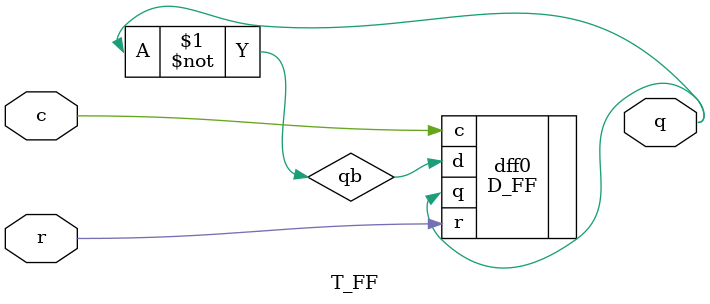
<source format=v>
module T_FF
(
	input c, r,
	output q
);
	wire qb;

	//D-FlipFlop module instance

	D_FF dff0
	(
		.c(c),
		.r(r),
		.q(q),
		.d(qb)
	);

	not n1(qb,q);
endmodule
</source>
